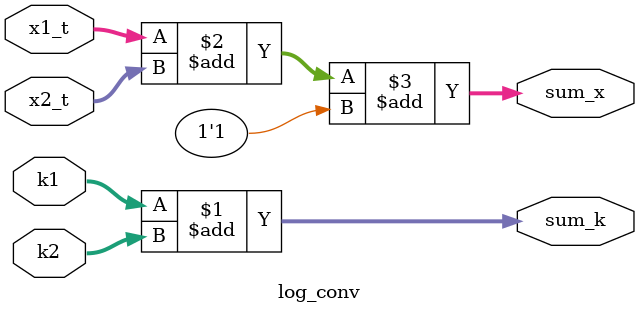
<source format=sv>
module log_conv #(
    parameter integer WIDTH = 16,      // Data Width (8 or 16)
    parameter integer KEEP_WIDTH = 6   // 't' in the paper. t=6 is best tradeoff [cite: 320]
)(
    input  logic [KEEP_WIDTH-1:0] x1_t, x2_t,
    input logic [$clog2(WIDTH)-1:0] k1, k2,
    output logic [$clog2(WIDTH):0] sum_k,
    output logic [KEEP_WIDTH:0] sum_x
);

assign sum_k = k1 + k2;
assign sum_x = x1_t + x2_t + 1'b1;


endmodule
</source>
